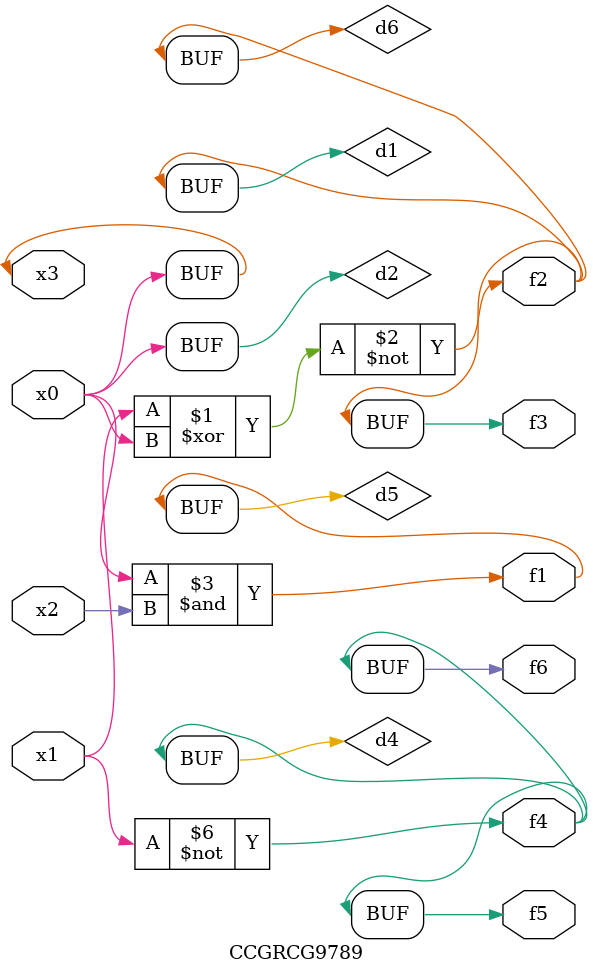
<source format=v>
module CCGRCG9789(
	input x0, x1, x2, x3,
	output f1, f2, f3, f4, f5, f6
);

	wire d1, d2, d3, d4, d5, d6;

	xnor (d1, x1, x3);
	buf (d2, x0, x3);
	nand (d3, x0, x2);
	not (d4, x1);
	nand (d5, d3);
	or (d6, d1);
	assign f1 = d5;
	assign f2 = d6;
	assign f3 = d6;
	assign f4 = d4;
	assign f5 = d4;
	assign f6 = d4;
endmodule

</source>
